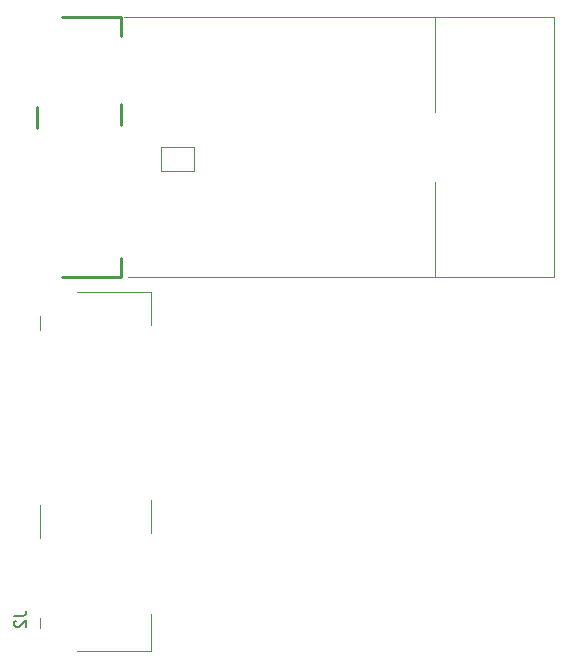
<source format=gbr>
%TF.GenerationSoftware,KiCad,Pcbnew,9.0.7-unknown-1000.20260124git33f2886.fc43*%
%TF.CreationDate,2026-02-08T17:37:18-08:00*%
%TF.ProjectId,Telemetry-Logging-Board,54656c65-6d65-4747-9279-2d4c6f676769,rev?*%
%TF.SameCoordinates,Original*%
%TF.FileFunction,Legend,Bot*%
%TF.FilePolarity,Positive*%
%FSLAX46Y46*%
G04 Gerber Fmt 4.6, Leading zero omitted, Abs format (unit mm)*
G04 Created by KiCad (PCBNEW 9.0.7-unknown-1000.20260124git33f2886.fc43) date 2026-02-08 17:37:18*
%MOMM*%
%LPD*%
G01*
G04 APERTURE LIST*
%ADD10C,0.120000*%
%ADD11C,0.100000*%
%ADD12C,0.150000*%
%ADD13C,0.250000*%
G04 APERTURE END LIST*
D10*
X162500000Y-38500001D02*
X162500000Y-46500001D01*
X162500000Y-60500001D02*
X162500000Y-52500001D01*
D11*
X172500000Y-38500001D02*
X136170000Y-38500001D01*
D10*
X172500000Y-38500001D02*
X172500000Y-60500001D01*
X172500000Y-60500001D02*
X136500000Y-60500001D01*
D12*
X126854819Y-89166666D02*
X127569104Y-89166666D01*
X127569104Y-89166666D02*
X127711961Y-89119047D01*
X127711961Y-89119047D02*
X127807200Y-89023809D01*
X127807200Y-89023809D02*
X127854819Y-88880952D01*
X127854819Y-88880952D02*
X127854819Y-88785714D01*
X126950057Y-89595238D02*
X126902438Y-89642857D01*
X126902438Y-89642857D02*
X126854819Y-89738095D01*
X126854819Y-89738095D02*
X126854819Y-89976190D01*
X126854819Y-89976190D02*
X126902438Y-90071428D01*
X126902438Y-90071428D02*
X126950057Y-90119047D01*
X126950057Y-90119047D02*
X127045295Y-90166666D01*
X127045295Y-90166666D02*
X127140533Y-90166666D01*
X127140533Y-90166666D02*
X127283390Y-90119047D01*
X127283390Y-90119047D02*
X127854819Y-89547619D01*
X127854819Y-89547619D02*
X127854819Y-90166666D01*
D13*
%TO.C,J9*%
X128750000Y-46130000D02*
X128750000Y-47870000D01*
X130850000Y-60500000D02*
X135920000Y-60500000D01*
X135920000Y-38500000D02*
X130850000Y-38500000D01*
X135920000Y-38500000D02*
X135920000Y-40120000D01*
X135920000Y-45880000D02*
X135920000Y-47620000D01*
X135920000Y-58880000D02*
X135920000Y-60500000D01*
D10*
%TO.C,JP2*%
X139250000Y-49500000D02*
X139250000Y-51500000D01*
X139250000Y-51500000D02*
X142050000Y-51500000D01*
X142050000Y-49500000D02*
X139250000Y-49500000D01*
X142050000Y-51500000D02*
X142050000Y-49500000D01*
%TO.C,J2*%
X129050000Y-65000000D02*
X129050000Y-63800000D01*
X129050000Y-82600000D02*
X129050000Y-79800000D01*
X129050000Y-90200000D02*
X129050000Y-89400000D01*
X132150000Y-61800000D02*
X138450000Y-61800000D01*
X138450000Y-61800000D02*
X138450000Y-64600000D01*
X138450000Y-79400000D02*
X138450000Y-82200000D01*
X138450000Y-89000000D02*
X138450000Y-92200000D01*
X138450000Y-92200000D02*
X132150000Y-92200000D01*
%TD*%
M02*

</source>
